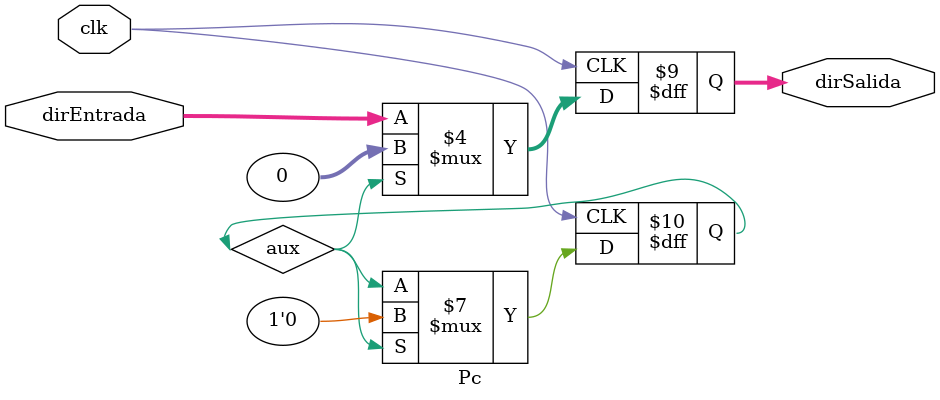
<source format=v>
`timescale 1ns / 1ps
module Pc(
		input clk,
		input [31:0] dirEntrada,
		output reg [31:0]  dirSalida
    );
reg aux;
initial begin
aux=1;
end

always @ (posedge clk)
	begin
		if(aux)
			begin
				aux=0;
				dirSalida <= 0;
			end
		else
			begin
		dirSalida <= dirEntrada;
			end
	end
	

endmodule

</source>
